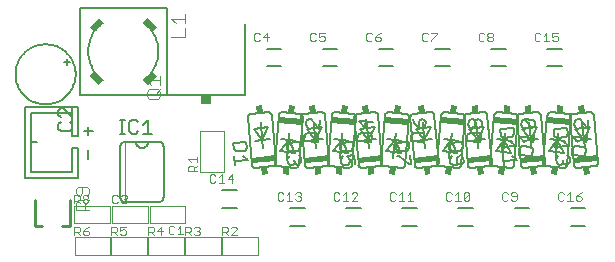
<source format=gto>
G75*
%MOIN*%
%OFA0B0*%
%FSLAX24Y24*%
%IPPOS*%
%LPD*%
%AMOC8*
5,1,8,0,0,1.08239X$1,22.5*
%
%ADD10C,0.0060*%
%ADD11C,0.0020*%
%ADD12C,0.0050*%
%ADD13C,0.0080*%
%ADD14C,0.0040*%
%ADD15R,0.0340X0.0300*%
%ADD16C,0.0039*%
%ADD17R,0.0433X0.0226*%
%ADD18R,0.0200X0.0800*%
%ADD19R,0.0250X0.0200*%
%ADD20C,0.0079*%
%ADD21C,0.0100*%
D10*
X004169Y002470D02*
X005309Y002470D01*
X005332Y002472D01*
X005355Y002477D01*
X005377Y002486D01*
X005397Y002499D01*
X005415Y002514D01*
X005430Y002532D01*
X005443Y002552D01*
X005452Y002574D01*
X005457Y002597D01*
X005459Y002620D01*
X005459Y004320D01*
X005457Y004343D01*
X005452Y004366D01*
X005443Y004388D01*
X005430Y004408D01*
X005415Y004426D01*
X005397Y004441D01*
X005377Y004454D01*
X005355Y004463D01*
X005332Y004468D01*
X005309Y004470D01*
X004939Y004470D01*
X004539Y004470D01*
X004169Y004470D01*
X004146Y004468D01*
X004123Y004463D01*
X004101Y004454D01*
X004081Y004441D01*
X004063Y004426D01*
X004048Y004408D01*
X004035Y004388D01*
X004026Y004366D01*
X004021Y004343D01*
X004019Y004320D01*
X004019Y002620D01*
X004021Y002597D01*
X004026Y002574D01*
X004035Y002552D01*
X004048Y002532D01*
X004063Y002514D01*
X004081Y002499D01*
X004101Y002486D01*
X004123Y002477D01*
X004146Y002472D01*
X004169Y002470D01*
X002957Y003898D02*
X002957Y004191D01*
X002957Y004685D02*
X002957Y004979D01*
X002811Y004832D02*
X003104Y004832D01*
X004539Y004470D02*
X004541Y004443D01*
X004546Y004416D01*
X004556Y004390D01*
X004568Y004366D01*
X004584Y004344D01*
X004602Y004324D01*
X004624Y004307D01*
X004647Y004292D01*
X004672Y004282D01*
X004698Y004274D01*
X004725Y004270D01*
X004753Y004270D01*
X004780Y004274D01*
X004806Y004282D01*
X004831Y004292D01*
X004854Y004307D01*
X004876Y004324D01*
X004894Y004344D01*
X004910Y004366D01*
X004922Y004390D01*
X004932Y004416D01*
X004937Y004443D01*
X004939Y004470D01*
X008275Y005295D02*
X008414Y003701D01*
X008418Y003682D01*
X008425Y003664D01*
X008436Y003647D01*
X008450Y003633D01*
X008466Y003622D01*
X008484Y003615D01*
X008503Y003611D01*
X008523Y003610D01*
X008523Y003611D02*
X009120Y003663D01*
X009121Y003662D02*
X009138Y003665D01*
X009154Y003671D01*
X009169Y003680D01*
X009183Y003691D01*
X009194Y003705D01*
X009203Y003720D01*
X009209Y003736D01*
X009212Y003753D01*
X009212Y003771D01*
X009211Y003771D02*
X009072Y005365D01*
X009069Y005382D01*
X009063Y005398D01*
X009054Y005413D01*
X009043Y005427D01*
X009029Y005438D01*
X009014Y005447D01*
X008998Y005453D01*
X008981Y005456D01*
X008963Y005456D01*
X008366Y005404D01*
X008365Y005404D02*
X008348Y005401D01*
X008332Y005395D01*
X008317Y005386D01*
X008303Y005375D01*
X008292Y005361D01*
X008283Y005346D01*
X008277Y005330D01*
X008274Y005313D01*
X008274Y005295D01*
X008691Y005131D02*
X008743Y004533D01*
X008992Y004555D01*
X008743Y004533D02*
X008494Y004511D01*
X008743Y004533D02*
X008459Y004910D01*
X008957Y004953D01*
X008743Y004533D01*
X008765Y004284D01*
X009345Y004157D02*
X009629Y004533D01*
X009380Y004555D01*
X009629Y004533D02*
X009878Y004511D01*
X009629Y004533D02*
X009843Y004113D01*
X009345Y004157D01*
X009577Y003936D02*
X009629Y004533D01*
X009651Y004782D01*
X010231Y004910D02*
X010515Y004533D01*
X010764Y004555D01*
X010515Y004533D02*
X010266Y004511D01*
X010515Y004533D02*
X010536Y004284D01*
X010515Y004533D02*
X010462Y005131D01*
X010137Y005404D02*
X010120Y005401D01*
X010104Y005395D01*
X010089Y005386D01*
X010075Y005375D01*
X010064Y005361D01*
X010055Y005346D01*
X010049Y005330D01*
X010046Y005313D01*
X010046Y005295D01*
X010186Y003701D01*
X010190Y003682D01*
X010197Y003664D01*
X010208Y003647D01*
X010222Y003633D01*
X010238Y003622D01*
X010256Y003615D01*
X010275Y003611D01*
X010295Y003610D01*
X010294Y003611D02*
X010892Y003663D01*
X010892Y003662D02*
X010909Y003665D01*
X010925Y003671D01*
X010940Y003680D01*
X010954Y003691D01*
X010965Y003705D01*
X010974Y003720D01*
X010980Y003736D01*
X010983Y003753D01*
X010983Y003771D01*
X010843Y005365D01*
X010844Y005365D02*
X010841Y005382D01*
X010835Y005398D01*
X010826Y005413D01*
X010815Y005427D01*
X010801Y005438D01*
X010786Y005447D01*
X010770Y005453D01*
X010753Y005456D01*
X010735Y005456D01*
X010137Y005404D01*
X010097Y005295D02*
X009958Y003701D01*
X009955Y003684D01*
X009949Y003668D01*
X009940Y003653D01*
X009929Y003639D01*
X009915Y003628D01*
X009900Y003619D01*
X009884Y003613D01*
X009867Y003610D01*
X009849Y003610D01*
X009849Y003611D02*
X009252Y003663D01*
X009251Y003662D02*
X009234Y003665D01*
X009218Y003671D01*
X009203Y003680D01*
X009189Y003691D01*
X009178Y003705D01*
X009169Y003720D01*
X009163Y003736D01*
X009160Y003753D01*
X009160Y003771D01*
X009161Y003771D02*
X009300Y005365D01*
X009304Y005384D01*
X009311Y005402D01*
X009322Y005419D01*
X009336Y005433D01*
X009352Y005444D01*
X009370Y005451D01*
X009389Y005455D01*
X009409Y005456D01*
X009408Y005456D02*
X010006Y005404D01*
X010023Y005401D01*
X010039Y005395D01*
X010054Y005386D01*
X010068Y005375D01*
X010079Y005361D01*
X010088Y005346D01*
X010094Y005330D01*
X010097Y005313D01*
X010097Y005295D01*
X010231Y004910D02*
X010729Y004953D01*
X010515Y004533D01*
X011151Y004555D02*
X011400Y004533D01*
X011650Y004511D01*
X011400Y004533D02*
X011615Y004113D01*
X011117Y004157D01*
X011400Y004533D01*
X011348Y003936D01*
X011023Y003662D02*
X011006Y003665D01*
X010990Y003671D01*
X010975Y003680D01*
X010961Y003691D01*
X010950Y003705D01*
X010941Y003720D01*
X010935Y003736D01*
X010932Y003753D01*
X010932Y003771D01*
X011072Y005365D01*
X011071Y005365D02*
X011075Y005384D01*
X011082Y005402D01*
X011093Y005419D01*
X011107Y005433D01*
X011123Y005444D01*
X011141Y005451D01*
X011160Y005455D01*
X011180Y005456D01*
X011778Y005404D01*
X011795Y005401D01*
X011811Y005395D01*
X011826Y005386D01*
X011840Y005375D01*
X011851Y005361D01*
X011860Y005346D01*
X011866Y005330D01*
X011869Y005313D01*
X011869Y005295D01*
X011729Y003701D01*
X011730Y003701D02*
X011727Y003684D01*
X011721Y003668D01*
X011712Y003653D01*
X011701Y003639D01*
X011687Y003628D01*
X011672Y003619D01*
X011656Y003613D01*
X011639Y003610D01*
X011621Y003610D01*
X011621Y003611D02*
X011023Y003663D01*
X011958Y003701D02*
X011818Y005295D01*
X011818Y005313D01*
X011821Y005330D01*
X011827Y005346D01*
X011836Y005361D01*
X011847Y005375D01*
X011861Y005386D01*
X011876Y005395D01*
X011892Y005401D01*
X011909Y005404D01*
X012507Y005456D01*
X012506Y005456D02*
X012524Y005456D01*
X012541Y005453D01*
X012557Y005447D01*
X012572Y005438D01*
X012586Y005427D01*
X012597Y005413D01*
X012606Y005398D01*
X012612Y005382D01*
X012615Y005365D01*
X012755Y003771D01*
X012704Y003771D02*
X012704Y003753D01*
X012707Y003736D01*
X012713Y003720D01*
X012722Y003705D01*
X012733Y003691D01*
X012747Y003680D01*
X012762Y003671D01*
X012778Y003665D01*
X012795Y003662D01*
X012795Y003663D02*
X013393Y003611D01*
X013392Y003610D02*
X013410Y003610D01*
X013427Y003613D01*
X013443Y003619D01*
X013458Y003628D01*
X013472Y003639D01*
X013483Y003653D01*
X013492Y003668D01*
X013498Y003684D01*
X013501Y003701D01*
X013640Y005295D01*
X013688Y005295D02*
X013828Y003701D01*
X013827Y003701D02*
X013831Y003682D01*
X013838Y003664D01*
X013849Y003647D01*
X013863Y003633D01*
X013879Y003622D01*
X013897Y003615D01*
X013916Y003611D01*
X013936Y003610D01*
X013936Y003611D02*
X014534Y003663D01*
X014534Y003662D02*
X014551Y003665D01*
X014567Y003671D01*
X014582Y003680D01*
X014596Y003691D01*
X014607Y003705D01*
X014616Y003720D01*
X014622Y003736D01*
X014625Y003753D01*
X014625Y003771D01*
X014485Y005365D01*
X014486Y005365D02*
X014483Y005382D01*
X014477Y005398D01*
X014468Y005413D01*
X014457Y005427D01*
X014443Y005438D01*
X014428Y005447D01*
X014412Y005453D01*
X014395Y005456D01*
X014377Y005456D01*
X013779Y005404D01*
X013762Y005401D01*
X013746Y005395D01*
X013731Y005386D01*
X013717Y005375D01*
X013706Y005361D01*
X013697Y005346D01*
X013691Y005330D01*
X013688Y005313D01*
X013688Y005295D01*
X013641Y005295D02*
X013641Y005313D01*
X013638Y005330D01*
X013632Y005346D01*
X013623Y005361D01*
X013612Y005375D01*
X013598Y005386D01*
X013583Y005395D01*
X013567Y005401D01*
X013550Y005404D01*
X013549Y005404D02*
X012952Y005456D01*
X012932Y005455D01*
X012913Y005451D01*
X012895Y005444D01*
X012879Y005433D01*
X012865Y005419D01*
X012854Y005402D01*
X012847Y005384D01*
X012843Y005365D01*
X012704Y003771D01*
X012755Y003771D02*
X012755Y003753D01*
X012752Y003736D01*
X012746Y003720D01*
X012737Y003705D01*
X012726Y003691D01*
X012712Y003680D01*
X012697Y003671D01*
X012681Y003665D01*
X012664Y003662D01*
X012664Y003663D02*
X012066Y003611D01*
X012066Y003610D02*
X012046Y003611D01*
X012027Y003615D01*
X012009Y003622D01*
X011993Y003633D01*
X011979Y003647D01*
X011968Y003664D01*
X011961Y003682D01*
X011957Y003701D01*
X012308Y004284D02*
X012286Y004533D01*
X012535Y004555D01*
X012286Y004533D02*
X012037Y004511D01*
X012286Y004533D02*
X012002Y004910D01*
X012500Y004953D01*
X012286Y004533D01*
X012234Y005131D01*
X011422Y004782D02*
X011400Y004533D01*
X012923Y004555D02*
X013172Y004533D01*
X013421Y004511D01*
X013172Y004533D02*
X013386Y004113D01*
X012888Y004157D01*
X013172Y004533D01*
X013120Y003936D01*
X013172Y004533D02*
X013194Y004782D01*
X013872Y004910D02*
X014156Y004533D01*
X014405Y004555D01*
X014156Y004533D02*
X013907Y004511D01*
X014156Y004533D02*
X014104Y005131D01*
X013872Y004910D02*
X014371Y004953D01*
X014156Y004533D01*
X014178Y004284D01*
X014758Y004157D02*
X015042Y004533D01*
X014793Y004555D01*
X015042Y004533D02*
X015291Y004511D01*
X015042Y004533D02*
X015256Y004113D01*
X014758Y004157D01*
X014990Y003936D02*
X015042Y004533D01*
X015064Y004782D01*
X015644Y004910D02*
X015928Y004533D01*
X016177Y004555D01*
X015928Y004533D02*
X015679Y004511D01*
X015928Y004533D02*
X015876Y005131D01*
X015550Y005404D02*
X015533Y005401D01*
X015517Y005395D01*
X015502Y005386D01*
X015488Y005375D01*
X015477Y005361D01*
X015468Y005346D01*
X015462Y005330D01*
X015459Y005313D01*
X015459Y005295D01*
X015460Y005295D02*
X015599Y003701D01*
X015603Y003682D01*
X015610Y003664D01*
X015621Y003647D01*
X015635Y003633D01*
X015651Y003622D01*
X015669Y003615D01*
X015688Y003611D01*
X015708Y003610D01*
X015708Y003611D02*
X016305Y003663D01*
X016306Y003662D02*
X016323Y003665D01*
X016339Y003671D01*
X016354Y003680D01*
X016368Y003691D01*
X016379Y003705D01*
X016388Y003720D01*
X016394Y003736D01*
X016397Y003753D01*
X016397Y003771D01*
X016396Y003771D02*
X016257Y005365D01*
X016254Y005382D01*
X016248Y005398D01*
X016239Y005413D01*
X016228Y005427D01*
X016214Y005438D01*
X016199Y005447D01*
X016183Y005453D01*
X016166Y005456D01*
X016148Y005456D01*
X015551Y005404D01*
X015510Y005295D02*
X015371Y003701D01*
X015368Y003684D01*
X015362Y003668D01*
X015353Y003653D01*
X015342Y003639D01*
X015328Y003628D01*
X015313Y003619D01*
X015297Y003613D01*
X015280Y003610D01*
X015262Y003610D01*
X015263Y003611D02*
X014665Y003663D01*
X014665Y003662D02*
X014648Y003665D01*
X014632Y003671D01*
X014617Y003680D01*
X014603Y003691D01*
X014592Y003705D01*
X014583Y003720D01*
X014577Y003736D01*
X014574Y003753D01*
X014574Y003771D01*
X014713Y005365D01*
X014717Y005384D01*
X014724Y005402D01*
X014735Y005419D01*
X014749Y005433D01*
X014765Y005444D01*
X014783Y005451D01*
X014802Y005455D01*
X014822Y005456D01*
X015420Y005404D01*
X015437Y005401D01*
X015453Y005395D01*
X015468Y005386D01*
X015482Y005375D01*
X015493Y005361D01*
X015502Y005346D01*
X015508Y005330D01*
X015511Y005313D01*
X015511Y005295D01*
X015644Y004910D02*
X016142Y004953D01*
X015928Y004533D01*
X015950Y004284D01*
X016530Y004157D02*
X016814Y004533D01*
X016565Y004555D01*
X016814Y004533D02*
X017063Y004511D01*
X016814Y004533D02*
X017028Y004113D01*
X016530Y004157D01*
X016762Y003936D02*
X016814Y004533D01*
X016836Y004782D01*
X017416Y004910D02*
X017700Y004533D01*
X017949Y004555D01*
X017700Y004533D02*
X017451Y004511D01*
X017700Y004533D02*
X017647Y005131D01*
X017322Y005404D02*
X017305Y005401D01*
X017289Y005395D01*
X017274Y005386D01*
X017260Y005375D01*
X017249Y005361D01*
X017240Y005346D01*
X017234Y005330D01*
X017231Y005313D01*
X017231Y005295D01*
X017371Y003701D01*
X017375Y003682D01*
X017382Y003664D01*
X017393Y003647D01*
X017407Y003633D01*
X017423Y003622D01*
X017441Y003615D01*
X017460Y003611D01*
X017480Y003610D01*
X017479Y003611D02*
X018077Y003663D01*
X018077Y003662D02*
X018094Y003665D01*
X018110Y003671D01*
X018125Y003680D01*
X018139Y003691D01*
X018150Y003705D01*
X018159Y003720D01*
X018165Y003736D01*
X018168Y003753D01*
X018168Y003771D01*
X018028Y005365D01*
X018029Y005365D02*
X018026Y005382D01*
X018020Y005398D01*
X018011Y005413D01*
X018000Y005427D01*
X017986Y005438D01*
X017971Y005447D01*
X017955Y005453D01*
X017938Y005456D01*
X017920Y005456D01*
X017322Y005404D01*
X017282Y005295D02*
X017143Y003701D01*
X017140Y003684D01*
X017134Y003668D01*
X017125Y003653D01*
X017114Y003639D01*
X017100Y003628D01*
X017085Y003619D01*
X017069Y003613D01*
X017052Y003610D01*
X017034Y003610D01*
X017034Y003611D02*
X016437Y003663D01*
X016436Y003662D02*
X016419Y003665D01*
X016403Y003671D01*
X016388Y003680D01*
X016374Y003691D01*
X016363Y003705D01*
X016354Y003720D01*
X016348Y003736D01*
X016345Y003753D01*
X016345Y003771D01*
X016346Y003771D02*
X016485Y005365D01*
X016489Y005384D01*
X016496Y005402D01*
X016507Y005419D01*
X016521Y005433D01*
X016537Y005444D01*
X016555Y005451D01*
X016574Y005455D01*
X016594Y005456D01*
X016593Y005456D02*
X017191Y005404D01*
X017208Y005401D01*
X017224Y005395D01*
X017239Y005386D01*
X017253Y005375D01*
X017264Y005361D01*
X017273Y005346D01*
X017279Y005330D01*
X017282Y005313D01*
X017282Y005295D01*
X017416Y004910D02*
X017914Y004953D01*
X017700Y004533D01*
X017721Y004284D01*
X018302Y004157D02*
X018586Y004533D01*
X018336Y004555D01*
X018586Y004533D02*
X018835Y004511D01*
X018586Y004533D02*
X018800Y004113D01*
X018302Y004157D01*
X018533Y003936D02*
X018586Y004533D01*
X018607Y004782D01*
X019187Y004910D02*
X019471Y004533D01*
X019720Y004555D01*
X019471Y004533D02*
X019222Y004511D01*
X019471Y004533D02*
X019419Y005131D01*
X019187Y004910D02*
X019686Y004953D01*
X019471Y004533D01*
X019493Y004284D01*
X019142Y003701D02*
X019146Y003682D01*
X019153Y003664D01*
X019164Y003647D01*
X019178Y003633D01*
X019194Y003622D01*
X019212Y003615D01*
X019231Y003611D01*
X019251Y003610D01*
X019251Y003611D02*
X019849Y003663D01*
X019849Y003662D02*
X019866Y003665D01*
X019882Y003671D01*
X019897Y003680D01*
X019911Y003691D01*
X019922Y003705D01*
X019931Y003720D01*
X019937Y003736D01*
X019940Y003753D01*
X019940Y003771D01*
X019800Y005365D01*
X019797Y005382D01*
X019791Y005398D01*
X019782Y005413D01*
X019771Y005427D01*
X019757Y005438D01*
X019742Y005447D01*
X019726Y005453D01*
X019709Y005456D01*
X019691Y005456D01*
X019692Y005456D02*
X019094Y005404D01*
X019077Y005401D01*
X019061Y005395D01*
X019046Y005386D01*
X019032Y005375D01*
X019021Y005361D01*
X019012Y005346D01*
X019006Y005330D01*
X019003Y005313D01*
X019003Y005295D01*
X019143Y003701D01*
X018914Y003701D02*
X019054Y005295D01*
X019054Y005313D01*
X019051Y005330D01*
X019045Y005346D01*
X019036Y005361D01*
X019025Y005375D01*
X019011Y005386D01*
X018996Y005395D01*
X018980Y005401D01*
X018963Y005404D01*
X018365Y005456D01*
X018345Y005455D01*
X018326Y005451D01*
X018308Y005444D01*
X018292Y005433D01*
X018278Y005419D01*
X018267Y005402D01*
X018260Y005384D01*
X018256Y005365D01*
X018257Y005365D02*
X018117Y003771D01*
X018117Y003753D01*
X018120Y003736D01*
X018126Y003720D01*
X018135Y003705D01*
X018146Y003691D01*
X018160Y003680D01*
X018175Y003671D01*
X018191Y003665D01*
X018208Y003662D01*
X018208Y003663D02*
X018806Y003611D01*
X018806Y003610D02*
X018824Y003610D01*
X018841Y003613D01*
X018857Y003619D01*
X018872Y003628D01*
X018886Y003639D01*
X018897Y003653D01*
X018906Y003668D01*
X018912Y003684D01*
X018915Y003701D01*
X002326Y007122D02*
X002126Y007122D01*
X002226Y007222D02*
X002226Y007022D01*
X000526Y006722D02*
X000528Y006785D01*
X000534Y006847D01*
X000544Y006909D01*
X000557Y006971D01*
X000575Y007031D01*
X000596Y007090D01*
X000621Y007148D01*
X000650Y007204D01*
X000682Y007258D01*
X000717Y007310D01*
X000755Y007359D01*
X000797Y007407D01*
X000841Y007451D01*
X000889Y007493D01*
X000938Y007531D01*
X000990Y007566D01*
X001044Y007598D01*
X001100Y007627D01*
X001158Y007652D01*
X001217Y007673D01*
X001277Y007691D01*
X001339Y007704D01*
X001401Y007714D01*
X001463Y007720D01*
X001526Y007722D01*
X001589Y007720D01*
X001651Y007714D01*
X001713Y007704D01*
X001775Y007691D01*
X001835Y007673D01*
X001894Y007652D01*
X001952Y007627D01*
X002008Y007598D01*
X002062Y007566D01*
X002114Y007531D01*
X002163Y007493D01*
X002211Y007451D01*
X002255Y007407D01*
X002297Y007359D01*
X002335Y007310D01*
X002370Y007258D01*
X002402Y007204D01*
X002431Y007148D01*
X002456Y007090D01*
X002477Y007031D01*
X002495Y006971D01*
X002508Y006909D01*
X002518Y006847D01*
X002524Y006785D01*
X002526Y006722D01*
X002524Y006659D01*
X002518Y006597D01*
X002508Y006535D01*
X002495Y006473D01*
X002477Y006413D01*
X002456Y006354D01*
X002431Y006296D01*
X002402Y006240D01*
X002370Y006186D01*
X002335Y006134D01*
X002297Y006085D01*
X002255Y006037D01*
X002211Y005993D01*
X002163Y005951D01*
X002114Y005913D01*
X002062Y005878D01*
X002008Y005846D01*
X001952Y005817D01*
X001894Y005792D01*
X001835Y005771D01*
X001775Y005753D01*
X001713Y005740D01*
X001651Y005730D01*
X001589Y005724D01*
X001526Y005722D01*
X001463Y005724D01*
X001401Y005730D01*
X001339Y005740D01*
X001277Y005753D01*
X001217Y005771D01*
X001158Y005792D01*
X001100Y005817D01*
X001044Y005846D01*
X000990Y005878D01*
X000938Y005913D01*
X000889Y005951D01*
X000841Y005993D01*
X000797Y006037D01*
X000755Y006085D01*
X000717Y006134D01*
X000682Y006186D01*
X000650Y006240D01*
X000621Y006296D01*
X000596Y006354D01*
X000575Y006413D01*
X000557Y006473D01*
X000544Y006535D01*
X000534Y006597D01*
X000528Y006659D01*
X000526Y006722D01*
D11*
X004159Y004470D02*
X004159Y002470D01*
D12*
X002617Y003277D02*
X000845Y003277D01*
X000845Y005640D01*
X002617Y005640D01*
X002617Y004655D01*
X002420Y004655D01*
X002420Y005443D01*
X001042Y005443D01*
X001042Y004458D01*
X001239Y004458D01*
X001042Y004458D02*
X001042Y003474D01*
X002420Y003474D01*
X002420Y004262D01*
X002617Y004262D01*
X002617Y003277D01*
X004014Y004745D02*
X004164Y004745D01*
X004089Y004745D02*
X004089Y005196D01*
X004014Y005196D02*
X004164Y005196D01*
X004321Y005121D02*
X004321Y004820D01*
X004396Y004745D01*
X004546Y004745D01*
X004621Y004820D01*
X004781Y004745D02*
X005082Y004745D01*
X004932Y004745D02*
X004932Y005196D01*
X004781Y005045D01*
X004621Y005121D02*
X004546Y005196D01*
X004396Y005196D01*
X004321Y005121D01*
X002401Y005052D02*
X002401Y004901D01*
X002326Y004826D01*
X002026Y004826D01*
X001951Y004901D01*
X001951Y005052D01*
X002026Y005127D01*
X002026Y005287D02*
X001951Y005362D01*
X001951Y005512D01*
X002026Y005587D01*
X002101Y005587D01*
X002401Y005287D01*
X002401Y005587D01*
X002026Y005640D02*
X001830Y005640D01*
X002326Y005127D02*
X002401Y005052D01*
X007772Y004444D02*
X007792Y004220D01*
X007873Y004151D01*
X008172Y004178D01*
X008240Y004259D01*
X008221Y004483D01*
X007772Y004444D01*
X008111Y004012D02*
X008274Y003875D01*
X007825Y003836D01*
X007812Y003985D02*
X007838Y003686D01*
X009603Y003761D02*
X009590Y003911D01*
X009659Y003992D01*
X009821Y003855D02*
X009828Y003781D01*
X009760Y003699D01*
X009685Y003693D01*
X009603Y003761D01*
X009828Y003781D02*
X009909Y003712D01*
X009984Y003719D01*
X010052Y003800D01*
X010039Y003950D01*
X009958Y004018D01*
X009944Y004178D02*
X010012Y004259D01*
X009992Y004483D01*
X009544Y004444D01*
X009563Y004220D01*
X009645Y004151D01*
X009944Y004178D01*
X010152Y004492D02*
X010171Y004716D01*
X010253Y004784D01*
X010552Y004758D01*
X010620Y004677D01*
X010600Y004452D01*
X010152Y004492D01*
X010267Y004944D02*
X010198Y005025D01*
X010212Y005175D01*
X010293Y005243D01*
X010368Y005236D01*
X010641Y004911D01*
X010667Y005210D01*
X011315Y004444D02*
X011764Y004483D01*
X011784Y004259D01*
X011715Y004178D01*
X011416Y004151D01*
X011335Y004220D01*
X011315Y004444D01*
X011580Y004005D02*
X011668Y003862D01*
X011674Y003787D01*
X011606Y003706D01*
X011456Y003693D01*
X011375Y003761D01*
X011362Y003911D01*
X011430Y003992D01*
X011580Y004005D02*
X011804Y004025D01*
X011830Y003726D01*
X013226Y003985D02*
X013300Y003992D01*
X013626Y003719D01*
X013700Y003726D01*
X013674Y004025D01*
X013586Y004178D02*
X013654Y004259D01*
X013634Y004483D01*
X013185Y004444D01*
X013205Y004220D01*
X013286Y004151D01*
X013586Y004178D01*
X013695Y004492D02*
X013715Y004716D01*
X013796Y004784D01*
X014095Y004758D01*
X014163Y004677D01*
X014144Y004452D01*
X013695Y004492D01*
X013960Y004931D02*
X013979Y005155D01*
X014061Y005223D01*
X014135Y005217D01*
X014204Y005135D01*
X014190Y004986D01*
X014109Y004918D01*
X013960Y004931D01*
X013823Y005093D01*
X013761Y005249D01*
X012432Y005135D02*
X011983Y005175D01*
X012188Y004931D01*
X012214Y005230D01*
X012024Y004784D02*
X011943Y004716D01*
X011923Y004492D01*
X012372Y004452D01*
X012392Y004677D01*
X012324Y004758D01*
X012024Y004784D01*
X014957Y004444D02*
X014977Y004220D01*
X015058Y004151D01*
X015357Y004178D01*
X015425Y004259D01*
X015406Y004483D01*
X014957Y004444D01*
X015296Y004012D02*
X015228Y003930D01*
X015248Y003706D01*
X015397Y003719D02*
X015466Y003800D01*
X015452Y003950D01*
X015371Y004018D01*
X015296Y004012D01*
X015072Y003992D02*
X015004Y003911D01*
X015017Y003761D01*
X015098Y003693D01*
X015397Y003719D01*
X016782Y003836D02*
X017231Y003875D01*
X017068Y004012D01*
X017297Y004033D02*
X017316Y004257D01*
X017398Y004326D01*
X017697Y004299D01*
X017765Y004218D01*
X017745Y003994D01*
X017297Y004033D01*
X017191Y004334D02*
X016742Y004294D01*
X016755Y004145D02*
X016729Y004444D01*
X016790Y004610D02*
X017089Y004636D01*
X017157Y004718D01*
X017137Y004942D01*
X016689Y004903D01*
X016708Y004678D01*
X016790Y004610D01*
X017028Y004470D02*
X017191Y004334D01*
X017486Y004479D02*
X017350Y004641D01*
X017799Y004602D01*
X017786Y004452D02*
X017812Y004752D01*
X017751Y004918D02*
X017452Y004944D01*
X017384Y005025D01*
X017397Y005175D01*
X017478Y005243D01*
X017751Y004918D01*
X017832Y004986D01*
X017845Y005135D01*
X017777Y005217D01*
X017478Y005243D01*
X018460Y004903D02*
X018480Y004678D01*
X018561Y004610D01*
X018860Y004636D01*
X018929Y004718D01*
X018909Y004942D01*
X018460Y004903D01*
X019122Y004641D02*
X019570Y004602D01*
X019557Y004452D02*
X019583Y004752D01*
X019597Y004911D02*
X019324Y005236D01*
X019250Y005243D01*
X019168Y005175D01*
X019155Y005025D01*
X019223Y004944D01*
X019597Y004911D02*
X019623Y005210D01*
X019122Y004641D02*
X019258Y004479D01*
X019169Y004326D02*
X019088Y004257D01*
X019068Y004033D01*
X019517Y003994D01*
X019537Y004218D01*
X019468Y004299D01*
X019169Y004326D01*
X018962Y004334D02*
X018513Y004294D01*
X018527Y004145D02*
X018500Y004444D01*
X018800Y004470D02*
X018962Y004334D01*
X018914Y004018D02*
X018996Y003950D01*
X019009Y003800D01*
X018941Y003719D01*
X018866Y003712D01*
X018785Y003781D01*
X018778Y003855D01*
X018785Y003781D02*
X018716Y003699D01*
X018641Y003693D01*
X018560Y003761D01*
X018547Y003911D01*
X018615Y003992D01*
X016795Y003686D02*
X016769Y003985D01*
X016014Y004452D02*
X015565Y004492D01*
X015585Y004716D01*
X015666Y004784D01*
X015965Y004758D01*
X016033Y004677D01*
X016014Y004452D01*
X015979Y004918D02*
X015904Y004924D01*
X015836Y005005D01*
X015849Y005155D01*
X015931Y005223D01*
X016005Y005217D01*
X016074Y005135D01*
X016061Y004986D01*
X015979Y004918D01*
X015836Y005005D02*
X015755Y004937D01*
X015680Y004944D01*
X015612Y005025D01*
X015625Y005175D01*
X015706Y005243D01*
X015781Y005236D01*
X015849Y005155D01*
D13*
X008163Y006045D02*
X005583Y006045D01*
X005583Y008405D01*
X005574Y008943D02*
X002660Y008943D01*
X002660Y006029D01*
X005574Y006029D01*
X005574Y008943D01*
X008163Y008405D02*
X008163Y006045D01*
X005288Y007486D02*
X005286Y007551D01*
X005281Y007616D01*
X005272Y007680D01*
X005259Y007743D01*
X005243Y007806D01*
X005223Y007868D01*
X005201Y007928D01*
X005174Y007987D01*
X005145Y008045D01*
X005112Y008101D01*
X005077Y008155D01*
X005038Y008207D01*
X004997Y008257D01*
X004953Y008304D01*
X004906Y008349D01*
X004857Y008391D01*
X004806Y008431D01*
X005288Y007486D02*
X005286Y007421D01*
X005281Y007356D01*
X005272Y007292D01*
X005259Y007229D01*
X005243Y007166D01*
X005223Y007104D01*
X005201Y007044D01*
X005174Y006985D01*
X005145Y006927D01*
X005112Y006871D01*
X005077Y006817D01*
X005038Y006765D01*
X004997Y006715D01*
X004953Y006668D01*
X004906Y006623D01*
X004857Y006581D01*
X004806Y006541D01*
X002946Y007486D02*
X002948Y007551D01*
X002953Y007616D01*
X002962Y007680D01*
X002975Y007743D01*
X002991Y007806D01*
X003011Y007868D01*
X003033Y007928D01*
X003060Y007987D01*
X003089Y008045D01*
X003122Y008101D01*
X003157Y008155D01*
X003196Y008207D01*
X003237Y008257D01*
X003281Y008304D01*
X003328Y008349D01*
X003377Y008391D01*
X003428Y008431D01*
X002946Y007486D02*
X002948Y007421D01*
X002953Y007356D01*
X002962Y007292D01*
X002975Y007229D01*
X002991Y007166D01*
X003011Y007104D01*
X003033Y007044D01*
X003060Y006985D01*
X003089Y006927D01*
X003122Y006871D01*
X003157Y006817D01*
X003196Y006765D01*
X003237Y006715D01*
X003281Y006668D01*
X003328Y006623D01*
X003377Y006581D01*
X003428Y006541D01*
D14*
X004893Y006529D02*
X005353Y006529D01*
X005353Y006376D02*
X005353Y006683D01*
X005046Y006376D02*
X004893Y006529D01*
X004969Y006222D02*
X005276Y006222D01*
X005353Y006146D01*
X005353Y005992D01*
X005276Y005915D01*
X004969Y005915D01*
X004893Y005992D01*
X004893Y006146D01*
X004969Y006222D01*
X005199Y006069D02*
X005353Y006222D01*
X008479Y007877D02*
X008526Y007830D01*
X008619Y007830D01*
X008666Y007877D01*
X008774Y007970D02*
X008960Y007970D01*
X008914Y007830D02*
X008914Y008110D01*
X008774Y007970D01*
X008666Y008063D02*
X008619Y008110D01*
X008526Y008110D01*
X008479Y008063D01*
X008479Y007877D01*
X010349Y007877D02*
X010396Y007830D01*
X010489Y007830D01*
X010536Y007877D01*
X010644Y007877D02*
X010690Y007830D01*
X010784Y007830D01*
X010830Y007877D01*
X010830Y007970D01*
X010784Y008017D01*
X010737Y008017D01*
X010644Y007970D01*
X010644Y008110D01*
X010830Y008110D01*
X010536Y008063D02*
X010489Y008110D01*
X010396Y008110D01*
X010349Y008063D01*
X010349Y007877D01*
X012219Y007877D02*
X012266Y007830D01*
X012359Y007830D01*
X012406Y007877D01*
X012514Y007877D02*
X012560Y007830D01*
X012654Y007830D01*
X012700Y007877D01*
X012700Y007923D01*
X012654Y007970D01*
X012514Y007970D01*
X012514Y007877D01*
X012514Y007970D02*
X012607Y008063D01*
X012700Y008110D01*
X012406Y008063D02*
X012359Y008110D01*
X012266Y008110D01*
X012219Y008063D01*
X012219Y007877D01*
X014089Y007877D02*
X014136Y007830D01*
X014229Y007830D01*
X014276Y007877D01*
X014384Y007877D02*
X014384Y007830D01*
X014384Y007877D02*
X014571Y008063D01*
X014571Y008110D01*
X014384Y008110D01*
X014276Y008063D02*
X014229Y008110D01*
X014136Y008110D01*
X014089Y008063D01*
X014089Y007877D01*
X015959Y007877D02*
X016006Y007830D01*
X016099Y007830D01*
X016146Y007877D01*
X016254Y007877D02*
X016254Y007923D01*
X016301Y007970D01*
X016394Y007970D01*
X016441Y007923D01*
X016441Y007877D01*
X016394Y007830D01*
X016301Y007830D01*
X016254Y007877D01*
X016301Y007970D02*
X016254Y008017D01*
X016254Y008063D01*
X016301Y008110D01*
X016394Y008110D01*
X016441Y008063D01*
X016441Y008017D01*
X016394Y007970D01*
X016146Y008063D02*
X016099Y008110D01*
X016006Y008110D01*
X015959Y008063D01*
X015959Y007877D01*
X017829Y007877D02*
X017876Y007830D01*
X017969Y007830D01*
X018016Y007877D01*
X018124Y007830D02*
X018311Y007830D01*
X018217Y007830D02*
X018217Y008110D01*
X018124Y008017D01*
X018016Y008063D02*
X017969Y008110D01*
X017876Y008110D01*
X017829Y008063D01*
X017829Y007877D01*
X018419Y007877D02*
X018465Y007830D01*
X018559Y007830D01*
X018605Y007877D01*
X018605Y007970D01*
X018559Y008017D01*
X018512Y008017D01*
X018419Y007970D01*
X018419Y008110D01*
X018605Y008110D01*
X018663Y002795D02*
X018617Y002749D01*
X018617Y002562D01*
X018663Y002515D01*
X018757Y002515D01*
X018803Y002562D01*
X018911Y002515D02*
X019098Y002515D01*
X019005Y002515D02*
X019005Y002795D01*
X018911Y002702D01*
X018803Y002749D02*
X018757Y002795D01*
X018663Y002795D01*
X019206Y002655D02*
X019346Y002655D01*
X019393Y002608D01*
X019393Y002562D01*
X019346Y002515D01*
X019253Y002515D01*
X019206Y002562D01*
X019206Y002655D01*
X019299Y002749D01*
X019393Y002795D01*
X017228Y002749D02*
X017228Y002562D01*
X017181Y002515D01*
X017088Y002515D01*
X017041Y002562D01*
X017088Y002655D02*
X017228Y002655D01*
X017228Y002749D02*
X017181Y002795D01*
X017088Y002795D01*
X017041Y002749D01*
X017041Y002702D01*
X017088Y002655D01*
X016933Y002562D02*
X016887Y002515D01*
X016793Y002515D01*
X016747Y002562D01*
X016747Y002749D01*
X016793Y002795D01*
X016887Y002795D01*
X016933Y002749D01*
X015653Y002749D02*
X015653Y002562D01*
X015606Y002515D01*
X015512Y002515D01*
X015466Y002562D01*
X015653Y002749D01*
X015606Y002795D01*
X015512Y002795D01*
X015466Y002749D01*
X015466Y002562D01*
X015358Y002515D02*
X015171Y002515D01*
X015265Y002515D02*
X015265Y002795D01*
X015171Y002702D01*
X015063Y002749D02*
X015017Y002795D01*
X014923Y002795D01*
X014876Y002749D01*
X014876Y002562D01*
X014923Y002515D01*
X015017Y002515D01*
X015063Y002562D01*
X013783Y002515D02*
X013596Y002515D01*
X013689Y002515D02*
X013689Y002795D01*
X013596Y002702D01*
X013394Y002795D02*
X013394Y002515D01*
X013301Y002515D02*
X013488Y002515D01*
X013301Y002702D02*
X013394Y002795D01*
X013193Y002749D02*
X013147Y002795D01*
X013053Y002795D01*
X013006Y002749D01*
X013006Y002562D01*
X013053Y002515D01*
X013147Y002515D01*
X013193Y002562D01*
X011912Y002515D02*
X011726Y002515D01*
X011912Y002702D01*
X011912Y002749D01*
X011866Y002795D01*
X011772Y002795D01*
X011726Y002749D01*
X011524Y002795D02*
X011524Y002515D01*
X011431Y002515D02*
X011618Y002515D01*
X011431Y002702D02*
X011524Y002795D01*
X011323Y002749D02*
X011276Y002795D01*
X011183Y002795D01*
X011136Y002749D01*
X011136Y002562D01*
X011183Y002515D01*
X011276Y002515D01*
X011323Y002562D01*
X010042Y002562D02*
X009996Y002515D01*
X009902Y002515D01*
X009856Y002562D01*
X009748Y002515D02*
X009561Y002515D01*
X009654Y002515D02*
X009654Y002795D01*
X009561Y002702D01*
X009453Y002749D02*
X009406Y002795D01*
X009313Y002795D01*
X009266Y002749D01*
X009266Y002562D01*
X009313Y002515D01*
X009406Y002515D01*
X009453Y002562D01*
X009856Y002749D02*
X009902Y002795D01*
X009996Y002795D01*
X010042Y002749D01*
X010042Y002702D01*
X009996Y002655D01*
X010042Y002608D01*
X010042Y002562D01*
X009996Y002655D02*
X009949Y002655D01*
X007779Y003246D02*
X007592Y003246D01*
X007732Y003386D01*
X007732Y003106D01*
X007484Y003106D02*
X007297Y003106D01*
X007391Y003106D02*
X007391Y003386D01*
X007297Y003292D01*
X007189Y003339D02*
X007143Y003386D01*
X007049Y003386D01*
X007002Y003339D01*
X007002Y003152D01*
X007049Y003106D01*
X007143Y003106D01*
X007189Y003152D01*
X006567Y003497D02*
X006287Y003497D01*
X006287Y003638D01*
X006334Y003684D01*
X006427Y003684D01*
X006474Y003638D01*
X006474Y003497D01*
X006474Y003591D02*
X006567Y003684D01*
X006567Y003792D02*
X006567Y003979D01*
X006567Y003885D02*
X006287Y003885D01*
X006380Y003792D01*
X004231Y002655D02*
X004231Y002608D01*
X004184Y002561D01*
X004231Y002514D01*
X004231Y002468D01*
X004184Y002421D01*
X004091Y002421D01*
X004044Y002468D01*
X003936Y002468D02*
X003890Y002421D01*
X003796Y002421D01*
X003750Y002468D01*
X003750Y002655D01*
X003796Y002701D01*
X003890Y002701D01*
X003936Y002655D01*
X004044Y002655D02*
X004091Y002701D01*
X004184Y002701D01*
X004231Y002655D01*
X004184Y002561D02*
X004138Y002561D01*
X002985Y002524D02*
X002831Y002371D01*
X002817Y002421D02*
X002771Y002468D01*
X002771Y002514D01*
X002817Y002561D01*
X002911Y002561D01*
X002957Y002514D01*
X002957Y002468D01*
X002911Y002421D01*
X002817Y002421D01*
X002831Y002447D02*
X002831Y002217D01*
X002985Y002217D02*
X002524Y002217D01*
X002524Y002447D01*
X002601Y002524D01*
X002755Y002524D01*
X002831Y002447D01*
X002817Y002561D02*
X002771Y002608D01*
X002771Y002655D01*
X002817Y002701D01*
X002911Y002701D01*
X002957Y002655D01*
X002957Y002608D01*
X002911Y002561D01*
X002908Y002677D02*
X002985Y002754D01*
X002985Y002908D01*
X002908Y002984D01*
X002601Y002984D01*
X002524Y002908D01*
X002524Y002754D01*
X002601Y002677D01*
X002678Y002677D01*
X002755Y002754D01*
X002755Y002984D01*
X002616Y002701D02*
X002476Y002701D01*
X002476Y002421D01*
X002476Y002514D02*
X002616Y002514D01*
X002663Y002561D01*
X002663Y002655D01*
X002616Y002701D01*
X002569Y002514D02*
X002663Y002421D01*
X002630Y001644D02*
X002490Y001644D01*
X002490Y001364D01*
X002490Y001457D02*
X002630Y001457D01*
X002677Y001504D01*
X002677Y001597D01*
X002630Y001644D01*
X002583Y001457D02*
X002677Y001364D01*
X002784Y001411D02*
X002784Y001504D01*
X002925Y001504D01*
X002971Y001457D01*
X002971Y001411D01*
X002925Y001364D01*
X002831Y001364D01*
X002784Y001411D01*
X002784Y001504D02*
X002878Y001597D01*
X002971Y001644D01*
X003720Y001644D02*
X003720Y001364D01*
X003720Y001457D02*
X003860Y001457D01*
X003907Y001504D01*
X003907Y001597D01*
X003860Y001644D01*
X003720Y001644D01*
X003814Y001457D02*
X003907Y001364D01*
X004015Y001411D02*
X004061Y001364D01*
X004155Y001364D01*
X004202Y001411D01*
X004202Y001504D01*
X004155Y001551D01*
X004108Y001551D01*
X004015Y001504D01*
X004015Y001644D01*
X004202Y001644D01*
X004950Y001644D02*
X004950Y001364D01*
X004950Y001457D02*
X005091Y001457D01*
X005137Y001504D01*
X005137Y001597D01*
X005091Y001644D01*
X004950Y001644D01*
X005044Y001457D02*
X005137Y001364D01*
X005245Y001504D02*
X005432Y001504D01*
X005385Y001364D02*
X005385Y001644D01*
X005245Y001504D01*
X005634Y001442D02*
X005681Y001395D01*
X005774Y001395D01*
X005821Y001442D01*
X005929Y001395D02*
X006115Y001395D01*
X006181Y001364D02*
X006181Y001644D01*
X006321Y001644D01*
X006368Y001597D01*
X006368Y001504D01*
X006321Y001457D01*
X006181Y001457D01*
X006274Y001457D02*
X006368Y001364D01*
X006475Y001411D02*
X006522Y001364D01*
X006616Y001364D01*
X006662Y001411D01*
X006662Y001457D01*
X006616Y001504D01*
X006569Y001504D01*
X006616Y001504D02*
X006662Y001551D01*
X006662Y001597D01*
X006616Y001644D01*
X006522Y001644D01*
X006475Y001597D01*
X006022Y001675D02*
X006022Y001395D01*
X005929Y001582D02*
X006022Y001675D01*
X005821Y001629D02*
X005774Y001675D01*
X005681Y001675D01*
X005634Y001629D01*
X005634Y001442D01*
X007411Y001457D02*
X007551Y001457D01*
X007598Y001504D01*
X007598Y001597D01*
X007551Y001644D01*
X007411Y001644D01*
X007411Y001364D01*
X007504Y001457D02*
X007598Y001364D01*
X007706Y001364D02*
X007893Y001551D01*
X007893Y001597D01*
X007846Y001644D01*
X007752Y001644D01*
X007706Y001597D01*
X007706Y001364D02*
X007893Y001364D01*
X006172Y007963D02*
X005711Y007963D01*
X006172Y007963D02*
X006172Y008270D01*
X006172Y008424D02*
X006172Y008730D01*
X006172Y008577D02*
X005711Y008577D01*
X005865Y008424D01*
D15*
X006873Y005855D03*
D16*
X002493Y001285D02*
X002493Y000695D01*
X003674Y000695D01*
X003674Y001285D01*
X002493Y001285D01*
X002479Y001752D02*
X003660Y001752D01*
X003660Y002342D01*
X002479Y002342D01*
X002479Y001752D01*
X003753Y001752D02*
X003753Y002342D01*
X004934Y002342D01*
X004934Y001752D01*
X003753Y001752D01*
X003723Y001285D02*
X003723Y000695D01*
X004904Y000695D01*
X004904Y001285D01*
X003723Y001285D01*
X004954Y001285D02*
X004954Y000695D01*
X006135Y000695D01*
X006135Y001285D01*
X004954Y001285D01*
X004999Y001754D02*
X004999Y002344D01*
X006180Y002344D01*
X006180Y001754D01*
X004999Y001754D01*
X006184Y001285D02*
X006184Y000695D01*
X007365Y000695D01*
X007365Y001285D01*
X006184Y001285D01*
X007414Y001285D02*
X007414Y000695D01*
X008595Y000695D01*
X008595Y001285D01*
X007414Y001285D01*
X007463Y003466D02*
X006676Y003466D01*
X006676Y004844D01*
X007463Y004844D01*
X007463Y003466D01*
D17*
G36*
X004779Y006520D02*
X005083Y006824D01*
X005243Y006664D01*
X004939Y006360D01*
X004779Y006520D01*
G37*
G36*
X003151Y006824D02*
X003455Y006520D01*
X003295Y006360D01*
X002991Y006664D01*
X003151Y006824D01*
G37*
G36*
X003455Y008452D02*
X003151Y008148D01*
X002991Y008308D01*
X003295Y008612D01*
X003455Y008452D01*
G37*
G36*
X005083Y008148D02*
X004779Y008452D01*
X004939Y008612D01*
X005243Y008308D01*
X005083Y008148D01*
G37*
D18*
G36*
X009278Y005117D02*
X009296Y005315D01*
X010092Y005245D01*
X010074Y005047D01*
X009278Y005117D01*
G37*
G36*
X011050Y005117D02*
X011068Y005315D01*
X011864Y005245D01*
X011846Y005047D01*
X011050Y005117D01*
G37*
G36*
X012822Y005117D02*
X012840Y005315D01*
X013636Y005245D01*
X013618Y005047D01*
X012822Y005117D01*
G37*
G36*
X014692Y005117D02*
X014710Y005315D01*
X015506Y005245D01*
X015488Y005047D01*
X014692Y005117D01*
G37*
G36*
X016464Y005117D02*
X016482Y005315D01*
X017278Y005245D01*
X017260Y005047D01*
X016464Y005117D01*
G37*
G36*
X018235Y005117D02*
X018253Y005315D01*
X019049Y005245D01*
X019031Y005047D01*
X018235Y005117D01*
G37*
G36*
X018145Y004020D02*
X018163Y003822D01*
X017367Y003752D01*
X017349Y003950D01*
X018145Y004020D01*
G37*
G36*
X019917Y004020D02*
X019935Y003822D01*
X019139Y003752D01*
X019121Y003950D01*
X019917Y004020D01*
G37*
G36*
X016374Y004020D02*
X016392Y003822D01*
X015596Y003752D01*
X015578Y003950D01*
X016374Y004020D01*
G37*
G36*
X014602Y004020D02*
X014620Y003822D01*
X013824Y003752D01*
X013806Y003950D01*
X014602Y004020D01*
G37*
G36*
X012732Y004020D02*
X012750Y003822D01*
X011954Y003752D01*
X011936Y003950D01*
X012732Y004020D01*
G37*
G36*
X010960Y004020D02*
X010978Y003822D01*
X010182Y003752D01*
X010164Y003950D01*
X010960Y004020D01*
G37*
G36*
X009189Y004020D02*
X009207Y003822D01*
X008411Y003752D01*
X008393Y003950D01*
X009189Y004020D01*
G37*
D19*
G36*
X009429Y003397D02*
X009451Y003645D01*
X009649Y003627D01*
X009627Y003379D01*
X009429Y003397D01*
G37*
G36*
X008920Y003645D02*
X008942Y003397D01*
X008744Y003379D01*
X008722Y003627D01*
X008920Y003645D01*
G37*
G36*
X010692Y003645D02*
X010714Y003397D01*
X010516Y003379D01*
X010494Y003627D01*
X010692Y003645D01*
G37*
G36*
X011201Y003397D02*
X011223Y003645D01*
X011421Y003627D01*
X011399Y003379D01*
X011201Y003397D01*
G37*
G36*
X012464Y003645D02*
X012486Y003397D01*
X012288Y003379D01*
X012266Y003627D01*
X012464Y003645D01*
G37*
G36*
X012973Y003397D02*
X012995Y003645D01*
X013193Y003627D01*
X013171Y003379D01*
X012973Y003397D01*
G37*
G36*
X014334Y003645D02*
X014356Y003397D01*
X014158Y003379D01*
X014136Y003627D01*
X014334Y003645D01*
G37*
G36*
X014843Y003397D02*
X014865Y003645D01*
X015063Y003627D01*
X015041Y003379D01*
X014843Y003397D01*
G37*
G36*
X016105Y003645D02*
X016127Y003397D01*
X015929Y003379D01*
X015907Y003627D01*
X016105Y003645D01*
G37*
G36*
X016615Y003397D02*
X016637Y003645D01*
X016835Y003627D01*
X016813Y003379D01*
X016615Y003397D01*
G37*
G36*
X017877Y003645D02*
X017899Y003397D01*
X017701Y003379D01*
X017679Y003627D01*
X017877Y003645D01*
G37*
G36*
X018386Y003397D02*
X018408Y003645D01*
X018606Y003627D01*
X018584Y003379D01*
X018386Y003397D01*
G37*
G36*
X019649Y003645D02*
X019671Y003397D01*
X019473Y003379D01*
X019451Y003627D01*
X019649Y003645D01*
G37*
G36*
X019470Y005687D02*
X019492Y005439D01*
X019294Y005421D01*
X019272Y005669D01*
X019470Y005687D01*
G37*
G36*
X018565Y005439D02*
X018587Y005687D01*
X018785Y005669D01*
X018763Y005421D01*
X018565Y005439D01*
G37*
G36*
X017698Y005687D02*
X017720Y005439D01*
X017522Y005421D01*
X017500Y005669D01*
X017698Y005687D01*
G37*
G36*
X016793Y005439D02*
X016815Y005687D01*
X017013Y005669D01*
X016991Y005421D01*
X016793Y005439D01*
G37*
G36*
X015927Y005687D02*
X015949Y005439D01*
X015751Y005421D01*
X015729Y005669D01*
X015927Y005687D01*
G37*
G36*
X015022Y005439D02*
X015044Y005687D01*
X015242Y005669D01*
X015220Y005421D01*
X015022Y005439D01*
G37*
G36*
X014155Y005687D02*
X014177Y005439D01*
X013979Y005421D01*
X013957Y005669D01*
X014155Y005687D01*
G37*
G36*
X013151Y005439D02*
X013173Y005687D01*
X013371Y005669D01*
X013349Y005421D01*
X013151Y005439D01*
G37*
G36*
X012285Y005687D02*
X012307Y005439D01*
X012109Y005421D01*
X012087Y005669D01*
X012285Y005687D01*
G37*
G36*
X011380Y005439D02*
X011402Y005687D01*
X011600Y005669D01*
X011578Y005421D01*
X011380Y005439D01*
G37*
G36*
X010513Y005687D02*
X010535Y005439D01*
X010337Y005421D01*
X010315Y005669D01*
X010513Y005687D01*
G37*
G36*
X009608Y005439D02*
X009630Y005687D01*
X009828Y005669D01*
X009806Y005421D01*
X009608Y005439D01*
G37*
G36*
X008742Y005687D02*
X008764Y005439D01*
X008566Y005421D01*
X008544Y005669D01*
X008742Y005687D01*
G37*
D20*
X008891Y006994D02*
X009383Y006994D01*
X009383Y007584D02*
X008891Y007584D01*
X010761Y007584D02*
X011253Y007584D01*
X011253Y006994D02*
X010761Y006994D01*
X012631Y006994D02*
X013123Y006994D01*
X013123Y007584D02*
X012631Y007584D01*
X014501Y007584D02*
X014993Y007584D01*
X014993Y006994D02*
X014501Y006994D01*
X016371Y006994D02*
X016863Y006994D01*
X016863Y007584D02*
X016371Y007584D01*
X018241Y007584D02*
X018733Y007584D01*
X018733Y006994D02*
X018241Y006994D01*
X017650Y002269D02*
X017158Y002269D01*
X017158Y001679D02*
X017650Y001679D01*
X019028Y001679D02*
X019521Y001679D01*
X019521Y002269D02*
X019028Y002269D01*
X015780Y002269D02*
X015288Y002269D01*
X015288Y001679D02*
X015780Y001679D01*
X013910Y001679D02*
X013418Y001679D01*
X013418Y002269D02*
X013910Y002269D01*
X012040Y002269D02*
X011548Y002269D01*
X011548Y001679D02*
X012040Y001679D01*
X010170Y001679D02*
X009678Y001679D01*
X009678Y002269D02*
X010170Y002269D01*
X007906Y002269D02*
X007414Y002269D01*
X007414Y002860D02*
X007906Y002860D01*
D21*
X002326Y002525D02*
X002326Y001679D01*
X002089Y001679D01*
X001420Y001679D02*
X001184Y001679D01*
X001184Y002525D01*
M02*

</source>
